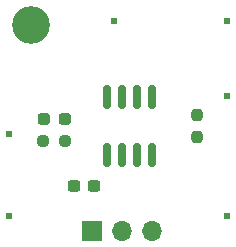
<source format=gbr>
G04 #@! TF.GenerationSoftware,KiCad,Pcbnew,(6.0.6)*
G04 #@! TF.CreationDate,2022-08-12T14:10:59+09:00*
G04 #@! TF.ProjectId,tutorial1,7475746f-7269-4616-9c31-2e6b69636164,1*
G04 #@! TF.SameCoordinates,PX7bfa480PY7bfa480*
G04 #@! TF.FileFunction,Soldermask,Top*
G04 #@! TF.FilePolarity,Negative*
%FSLAX46Y46*%
G04 Gerber Fmt 4.6, Leading zero omitted, Abs format (unit mm)*
G04 Created by KiCad (PCBNEW (6.0.6)) date 2022-08-12 14:10:59*
%MOMM*%
%LPD*%
G01*
G04 APERTURE LIST*
G04 Aperture macros list*
%AMRoundRect*
0 Rectangle with rounded corners*
0 $1 Rounding radius*
0 $2 $3 $4 $5 $6 $7 $8 $9 X,Y pos of 4 corners*
0 Add a 4 corners polygon primitive as box body*
4,1,4,$2,$3,$4,$5,$6,$7,$8,$9,$2,$3,0*
0 Add four circle primitives for the rounded corners*
1,1,$1+$1,$2,$3*
1,1,$1+$1,$4,$5*
1,1,$1+$1,$6,$7*
1,1,$1+$1,$8,$9*
0 Add four rect primitives between the rounded corners*
20,1,$1+$1,$2,$3,$4,$5,0*
20,1,$1+$1,$4,$5,$6,$7,0*
20,1,$1+$1,$6,$7,$8,$9,0*
20,1,$1+$1,$8,$9,$2,$3,0*%
G04 Aperture macros list end*
%ADD10RoundRect,0.237500X0.250000X0.237500X-0.250000X0.237500X-0.250000X-0.237500X0.250000X-0.237500X0*%
%ADD11RoundRect,0.237500X0.300000X0.237500X-0.300000X0.237500X-0.300000X-0.237500X0.300000X-0.237500X0*%
%ADD12C,3.200000*%
%ADD13RoundRect,0.237500X0.287500X0.237500X-0.287500X0.237500X-0.287500X-0.237500X0.287500X-0.237500X0*%
%ADD14R,1.700000X1.700000*%
%ADD15O,1.700000X1.700000*%
%ADD16RoundRect,0.237500X-0.237500X0.250000X-0.237500X-0.250000X0.237500X-0.250000X0.237500X0.250000X0*%
%ADD17RoundRect,0.150000X0.150000X-0.825000X0.150000X0.825000X-0.150000X0.825000X-0.150000X-0.825000X0*%
%ADD18C,0.605000*%
G04 APERTURE END LIST*
D10*
X7897500Y10160000D03*
X6072500Y10160000D03*
D11*
X10387500Y6350000D03*
X8662500Y6350000D03*
D12*
X5000000Y20000000D03*
D13*
X7860000Y12065000D03*
X6110000Y12065000D03*
D14*
X10175000Y2540000D03*
D15*
X12715000Y2540000D03*
X15255000Y2540000D03*
D16*
X19050000Y12342500D03*
X19050000Y10517500D03*
D17*
X11430000Y8955000D03*
X12700000Y8955000D03*
X13970000Y8955000D03*
X15240000Y8955000D03*
X15240000Y13905000D03*
X13970000Y13905000D03*
X12700000Y13905000D03*
X11430000Y13905000D03*
D18*
X3175000Y10795000D03*
X21590000Y20320000D03*
X21590000Y3810000D03*
X21590000Y13970000D03*
X3175000Y3810000D03*
X12065000Y20320000D03*
M02*

</source>
